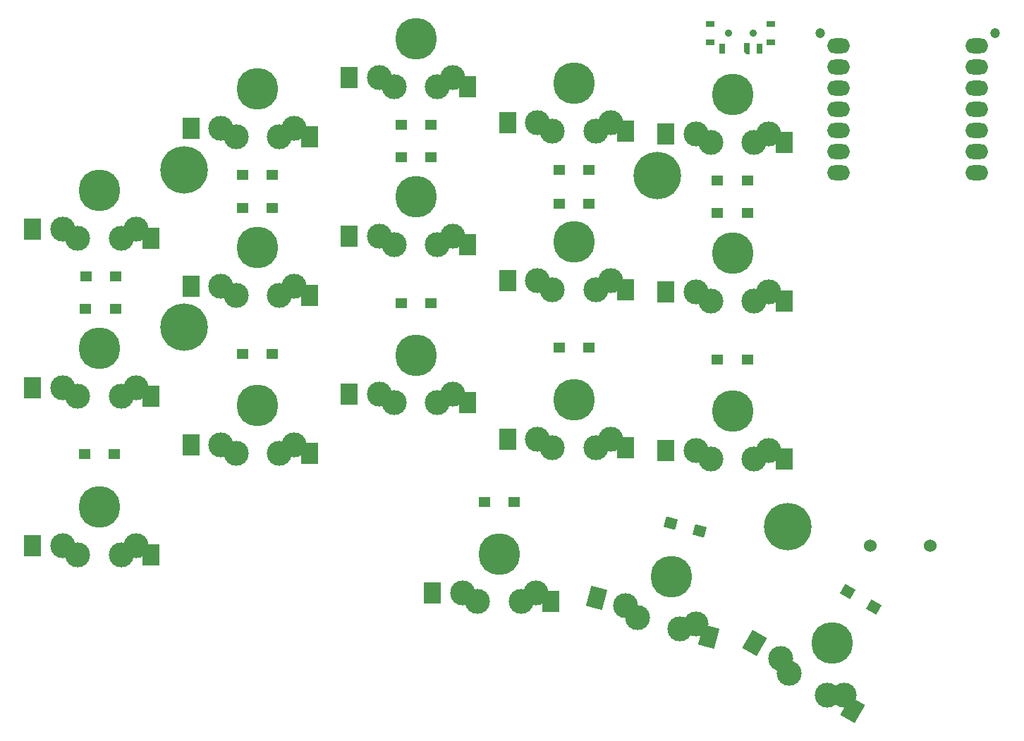
<source format=gbs>
%TF.GenerationSoftware,KiCad,Pcbnew,8.0.5*%
%TF.CreationDate,2024-10-08T05:15:30+03:00*%
%TF.ProjectId,1_3AS,315f3341-532e-46b6-9963-61645f706362,rev?*%
%TF.SameCoordinates,Original*%
%TF.FileFunction,Soldermask,Bot*%
%TF.FilePolarity,Negative*%
%FSLAX46Y46*%
G04 Gerber Fmt 4.6, Leading zero omitted, Abs format (unit mm)*
G04 Created by KiCad (PCBNEW 8.0.5) date 2024-10-08 05:15:30*
%MOMM*%
%LPD*%
G01*
G04 APERTURE LIST*
G04 Aperture macros list*
%AMRotRect*
0 Rectangle, with rotation*
0 The origin of the aperture is its center*
0 $1 length*
0 $2 width*
0 $3 Rotation angle, in degrees counterclockwise*
0 Add horizontal line*
21,1,$1,$2,0,0,$3*%
%AMOutline5P*
0 Free polygon, 5 corners , with rotation*
0 The origin of the aperture is its center*
0 number of corners: always 5*
0 $1 to $10 corner X, Y*
0 $11 Rotation angle, in degrees counterclockwise*
0 create outline with 5 corners*
4,1,5,$1,$2,$3,$4,$5,$6,$7,$8,$9,$10,$1,$2,$11*%
%AMOutline6P*
0 Free polygon, 6 corners , with rotation*
0 The origin of the aperture is its center*
0 number of corners: always 6*
0 $1 to $12 corner X, Y*
0 $13 Rotation angle, in degrees counterclockwise*
0 create outline with 6 corners*
4,1,6,$1,$2,$3,$4,$5,$6,$7,$8,$9,$10,$11,$12,$1,$2,$13*%
%AMOutline7P*
0 Free polygon, 7 corners , with rotation*
0 The origin of the aperture is its center*
0 number of corners: always 7*
0 $1 to $14 corner X, Y*
0 $15 Rotation angle, in degrees counterclockwise*
0 create outline with 7 corners*
4,1,7,$1,$2,$3,$4,$5,$6,$7,$8,$9,$10,$11,$12,$13,$14,$1,$2,$15*%
%AMOutline8P*
0 Free polygon, 8 corners , with rotation*
0 The origin of the aperture is its center*
0 number of corners: always 8*
0 $1 to $16 corner X, Y*
0 $17 Rotation angle, in degrees counterclockwise*
0 create outline with 8 corners*
4,1,8,$1,$2,$3,$4,$5,$6,$7,$8,$9,$10,$11,$12,$13,$14,$15,$16,$1,$2,$17*%
G04 Aperture macros list end*
%ADD10C,3.000000*%
%ADD11C,5.000000*%
%ADD12RotRect,2.000000X2.500000X330.000000*%
%ADD13R,2.000000X2.500000*%
%ADD14C,5.700000*%
%ADD15RotRect,2.000000X2.500000X345.000000*%
%ADD16C,1.524000*%
%ADD17RotRect,1.425000X1.300000X165.000000*%
%ADD18R,1.425000X1.300000*%
%ADD19RotRect,1.425000X1.300000X150.000000*%
%ADD20O,2.750000X1.800000*%
%ADD21C,1.200000*%
%ADD22R,1.000000X0.800000*%
%ADD23C,0.900000*%
%ADD24R,0.700000X1.280000*%
%ADD25Outline5P,-0.350000X0.640000X0.350000X0.640000X0.350000X-0.640000X-0.070000X-0.640000X-0.350000X-0.360000X0.000000*%
G04 APERTURE END LIST*
D10*
X185316752Y-132289492D03*
X186350598Y-134098819D03*
D11*
X191477264Y-130419173D03*
D10*
X190853930Y-136698819D03*
X192937776Y-136689492D03*
D12*
X182199061Y-130489492D03*
X193971622Y-138498819D03*
D10*
X118100000Y-87640970D03*
X119900000Y-88690970D03*
D11*
X122500000Y-82940970D03*
D10*
X125100000Y-88690970D03*
X126900000Y-87640970D03*
D13*
X114500000Y-87640970D03*
X128700000Y-88690970D03*
D14*
X113708294Y-92484145D03*
X113665000Y-73660000D03*
D10*
X166668553Y-125924234D03*
X168135459Y-127404330D03*
D11*
X172135076Y-122523186D03*
D10*
X173158274Y-128750189D03*
X175168700Y-128201841D03*
D15*
X163191220Y-124992485D03*
X176635607Y-129681938D03*
D10*
X99100000Y-80790970D03*
X100900000Y-81840970D03*
D11*
X103500000Y-76090970D03*
D10*
X106100000Y-81840970D03*
X107900000Y-80790970D03*
D13*
X95500000Y-80790970D03*
X109700000Y-81840970D03*
D14*
X186182152Y-116463137D03*
D10*
X156100000Y-67940970D03*
X157900000Y-68990970D03*
D11*
X160500000Y-63240970D03*
D10*
X163100000Y-68990970D03*
X164900000Y-67940970D03*
D13*
X152500000Y-67940970D03*
X166700000Y-68990970D03*
D10*
X118100000Y-106640970D03*
X119900000Y-107690970D03*
D11*
X122500000Y-101940970D03*
D10*
X125100000Y-107690970D03*
X126900000Y-106640970D03*
D13*
X114500000Y-106640970D03*
X128700000Y-107690970D03*
D10*
X175100000Y-88315970D03*
X176900000Y-89365970D03*
D11*
X179500000Y-83615970D03*
D10*
X182100000Y-89365970D03*
X183900000Y-88315970D03*
D13*
X171500000Y-88315970D03*
X185700000Y-89365970D03*
D10*
X156100000Y-105940970D03*
X157900000Y-106990970D03*
D11*
X160500000Y-101240970D03*
D10*
X163100000Y-106990970D03*
X164900000Y-105940970D03*
D13*
X152500000Y-105940970D03*
X166700000Y-106990970D03*
D10*
X156100000Y-86940970D03*
X157900000Y-87990970D03*
D11*
X160500000Y-82240970D03*
D10*
X163100000Y-87990970D03*
X164900000Y-86940970D03*
D13*
X152500000Y-86940970D03*
X166700000Y-87990970D03*
D16*
X196044000Y-118806000D03*
X203244000Y-118806000D03*
D10*
X118100000Y-68640970D03*
X119900000Y-69690970D03*
D11*
X122500000Y-63940970D03*
D10*
X125100000Y-69690970D03*
X126900000Y-68640970D03*
D13*
X114500000Y-68640970D03*
X128700000Y-69690970D03*
D10*
X175100000Y-107315970D03*
X176900000Y-108365970D03*
D11*
X179500000Y-102615970D03*
D10*
X182100000Y-108365970D03*
X183900000Y-107315970D03*
D13*
X171500000Y-107315970D03*
X185700000Y-108365970D03*
D10*
X99100000Y-99790970D03*
X100900000Y-100840970D03*
D11*
X103500000Y-95090970D03*
D10*
X106100000Y-100840970D03*
X107900000Y-99790970D03*
D13*
X95500000Y-99790970D03*
X109700000Y-100840970D03*
D10*
X137100000Y-62565970D03*
X138900000Y-63615970D03*
D11*
X141500000Y-57865970D03*
D10*
X144100000Y-63615970D03*
X145900000Y-62565970D03*
D13*
X133500000Y-62565970D03*
X147700000Y-63615970D03*
D10*
X147100000Y-124440700D03*
X148900000Y-125490700D03*
D11*
X151500000Y-119740700D03*
D10*
X154100000Y-125490700D03*
X155900000Y-124440700D03*
D13*
X143500000Y-124440700D03*
X157700000Y-125490700D03*
D10*
X137100000Y-100565970D03*
X138900000Y-101615970D03*
D11*
X141500000Y-95865970D03*
D10*
X144100000Y-101615970D03*
X145900000Y-100565970D03*
D13*
X133500000Y-100565970D03*
X147700000Y-101615970D03*
D10*
X99100000Y-118790970D03*
X100900000Y-119840970D03*
D11*
X103500000Y-114090970D03*
D10*
X106100000Y-119840970D03*
X107900000Y-118790970D03*
D13*
X95500000Y-118790970D03*
X109700000Y-119840970D03*
D14*
X170500000Y-74300000D03*
D10*
X137100000Y-81565970D03*
X138900000Y-82615970D03*
D11*
X141500000Y-76865970D03*
D10*
X144100000Y-82615970D03*
X145900000Y-81565970D03*
D13*
X133500000Y-81565970D03*
X147700000Y-82615970D03*
D17*
X175526592Y-116962639D03*
X172073408Y-116037361D03*
D18*
X181287500Y-96400000D03*
X177712500Y-96400000D03*
D19*
X196448020Y-126093750D03*
X193351980Y-124306250D03*
D18*
X153287500Y-113500000D03*
X149712500Y-113500000D03*
X105487500Y-86400000D03*
X101912500Y-86400000D03*
X105419500Y-90297000D03*
X101844500Y-90297000D03*
X162287500Y-95000000D03*
X158712500Y-95000000D03*
X181287500Y-74900000D03*
X177712500Y-74900000D03*
X181287500Y-78800000D03*
X177712500Y-78800000D03*
X143287500Y-68200000D03*
X139712500Y-68200000D03*
X143287500Y-72100000D03*
X139712500Y-72100000D03*
D20*
X192205040Y-58696046D03*
X192205040Y-61236046D03*
X192205040Y-63776046D03*
X192205040Y-66316046D03*
X192205040Y-68856046D03*
X192205040Y-71396046D03*
X192205040Y-73936046D03*
X208794960Y-73936046D03*
X208794960Y-71396046D03*
X208794960Y-68856046D03*
X208794960Y-66316046D03*
X208794960Y-63776046D03*
X208794960Y-61236046D03*
X208794960Y-58696046D03*
D21*
X190000000Y-57216046D03*
X211000000Y-57216046D03*
D18*
X162287500Y-73600000D03*
X158712500Y-73600000D03*
X124287500Y-74200000D03*
X120712500Y-74200000D03*
X143287500Y-89600000D03*
X139712500Y-89600000D03*
X162287500Y-77700000D03*
X158712500Y-77700000D03*
D22*
X184150000Y-58300970D03*
X184150000Y-56080970D03*
D23*
X182000000Y-57190970D03*
X179000000Y-57190970D03*
D22*
X176850000Y-58300970D03*
X176850000Y-56080970D03*
D24*
X182750000Y-59060970D03*
D25*
X181250000Y-59060970D03*
D24*
X178250000Y-59060970D03*
D18*
X124287500Y-78200000D03*
X120712500Y-78200000D03*
X124287500Y-95700000D03*
X120712500Y-95700000D03*
X105287500Y-107800000D03*
X101712500Y-107800000D03*
D10*
X175100000Y-69315970D03*
X176900000Y-70365970D03*
D11*
X179500000Y-64615970D03*
D10*
X182100000Y-70365970D03*
X183900000Y-69315970D03*
D13*
X171500000Y-69315970D03*
X185700000Y-70365970D03*
M02*

</source>
